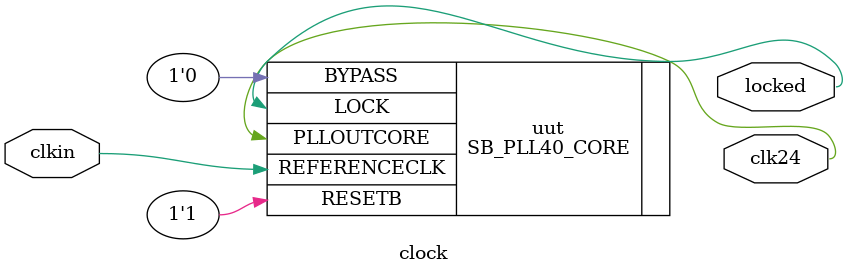
<source format=v>

/**
 * PLL configuration
 *
 * This Verilog module was generated automatically
 * using the icepll tool from the IceStorm project.
 * Use at your own risk.
 *
 * Given input frequency:        48.000 MHz
 * Requested output frequency:   24.000 MHz
 * Achieved output frequency:    24.000 MHz
 */

module clock(
	input  clkin,
	output clk24,
	output locked
	);

SB_PLL40_CORE #(
		.FEEDBACK_PATH("SIMPLE"),
		.DIVR(4'b0000),		// DIVR =  0
		.DIVF(7'b0001111),	// DIVF = 15
		.DIVQ(3'b101),		// DIVQ =  5
		.FILTER_RANGE(3'b100)	// FILTER_RANGE = 4
	) uut (
		.LOCK(locked),
		.RESETB(1'b1),
		.BYPASS(1'b0),
		.REFERENCECLK(clkin),
		.PLLOUTCORE(clk24)
		);

endmodule

</source>
